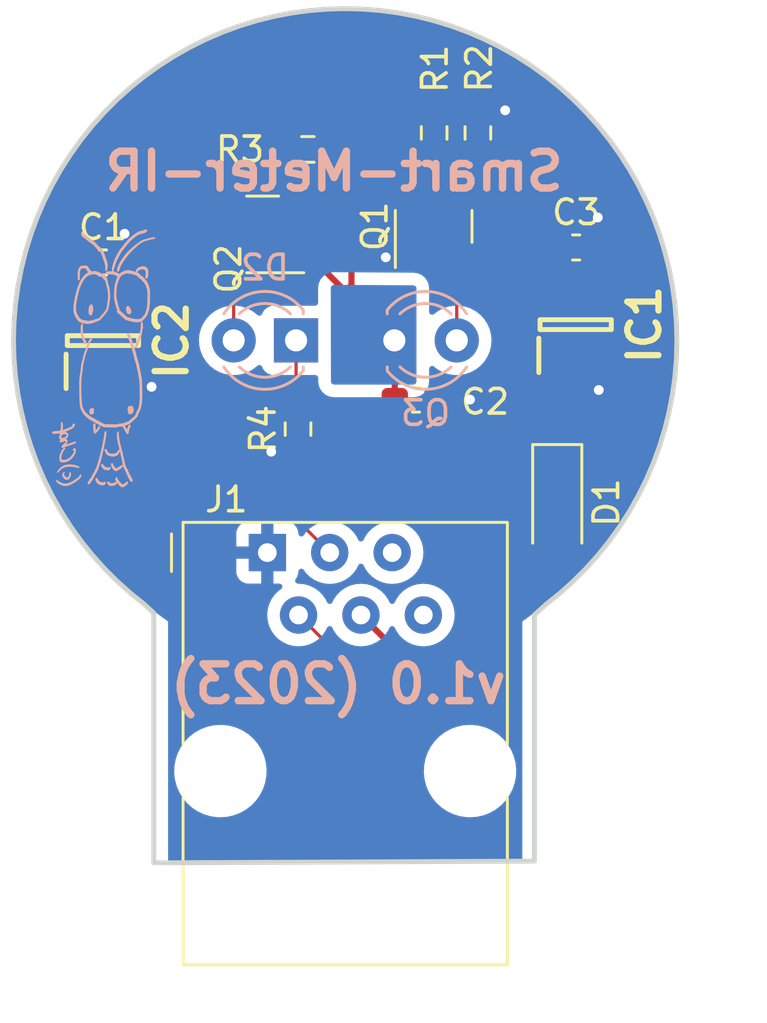
<source format=kicad_pcb>
(kicad_pcb (version 20221018) (generator pcbnew)
  (title_block (company "chof.org"))
  (layers (0 "F.Cu" signal) (31 "B.Cu" signal) (34 "B.Paste" user) (35 "F.Paste" user) (36 "B.SilkS" user "B.Silkscreen") (37 "F.SilkS" user "F.Silkscreen") (38 "B.Mask" user) (39 "F.Mask" user) (44 "Edge.Cuts" user))
  (net 0 "")
  (net 1 "+3V3")
  (net 2 "GND")
  (net 3 "/VCC")
  (net 4 "Net-(D2-K)")
  (net 5 "Net-(D2-A)")
  (net 6 "/RX")
  (net 7 "/TX")
  (net 8 "Net-(Q1-B)")
  (net 9 "Net-(IC1-A)")
  (net 10 "Net-(Q2-B)")
  (net 11 "Net-(IC2-Y)")
  (footprint "Chof747 Footprints:SOT95P270X145-5N" (layer "F.Cu") (at 138.984 103.0832 90)
    (fp_text reference "IC2" (at 0 2.794 90) (layer "F.SilkS") (effects (font (size 1.27 1.27) (thickness 0.254))))
    (fp_text value "SN74LVC1G17DBVR" hide)
    (pad "1" smd rect (at -1.25 -0.95 180) (size 0.6 1.4) (layers "F.Cu" "F.Paste" "F.Mask"))
    (pad "2" smd rect (at -1.25 0 180) (size 0.6 1.4) (layers "F.Cu" "F.Paste" "F.Mask") (net 7 "/TX"))
    (pad "3" smd rect (at -1.25 0.95 180) (size 0.6 1.4) (layers "F.Cu" "F.Paste" "F.Mask") (net 2 "GND"))
    (pad "4" smd rect (at 1.25 0.95 180) (size 0.6 1.4) (layers "F.Cu" "F.Paste" "F.Mask") (net 11 "Net-(IC2-Y)"))
    (pad "5" smd rect (at 1.25 -0.95 180) (size 0.6 1.4) (layers "F.Cu" "F.Paste" "F.Mask") (net 1 "+3V3"))
  )
  (footprint "Diode_SMD:D_SOD-123" (layer "F.Cu") (at 157.474 109.6732 -90)
    (fp_text reference "D1" (at 0 -2 90) (layer "F.SilkS"))
    (fp_text value "BAT46W")
    (pad "1" smd roundrect (at -1.65 0 270) (size 0.9 1.2) (layers "F.Cu" "F.Paste" "F.Mask") (net 1 "+3V3"))
    (pad "2" smd roundrect (at 1.65 0 270) (size 0.9 1.2) (layers "F.Cu" "F.Paste" "F.Mask") (net 3 "/VCC"))
  )
  (footprint "Resistor_SMD:R_0603_1608Metric_Pad0.98x0.95mm_HandSolder" (layer "F.Cu") (at 154.244 94.6332 90)
    (fp_text reference "R2" (at 2.63 0.05 90) (layer "F.SilkS"))
    (fp_text value "10k")
    (pad "1" smd roundrect (at -0.9125 0 90) (size 0.975 0.95) (layers "F.Cu" "F.Paste" "F.Mask") (net 8 "Net-(Q1-B)"))
    (pad "2" smd roundrect (at 0.9125 0 90) (size 0.975 0.95) (layers "F.Cu" "F.Paste" "F.Mask") (net 2 "GND"))
  )
  (footprint "Chof747 Footprints:SOT95P270X145-5N" (layer "F.Cu") (at 158.224 102.4332 90)
    (fp_text reference "IC1" (at 0 2.794 90) (layer "F.SilkS") (effects (font (size 1.27 1.27) (thickness 0.254))))
    (fp_text value "SN74LVC1G17DBVR" hide)
    (pad "1" smd rect (at -1.25 -0.95 180) (size 0.6 1.4) (layers "F.Cu" "F.Paste" "F.Mask"))
    (pad "2" smd rect (at -1.25 0 180) (size 0.6 1.4) (layers "F.Cu" "F.Paste" "F.Mask") (net 9 "Net-(IC1-A)"))
    (pad "3" smd rect (at -1.25 0.95 180) (size 0.6 1.4) (layers "F.Cu" "F.Paste" "F.Mask") (net 2 "GND"))
    (pad "4" smd rect (at 1.25 0.95 180) (size 0.6 1.4) (layers "F.Cu" "F.Paste" "F.Mask") (net 6 "/RX"))
    (pad "5" smd rect (at 1.25 -0.95 180) (size 0.6 1.4) (layers "F.Cu" "F.Paste" "F.Mask") (net 1 "+3V3"))
  )
  (footprint "Capacitor_SMD:C_0603_1608Metric_Pad1.08x0.95mm_HandSolder" (layer "F.Cu") (at 158.244 99.2932)
    (fp_text reference "C3" (at 0 -1.43) (layer "F.SilkS"))
    (fp_text value "1uF")
    (pad "1" smd roundrect (at -0.8625 0) (size 1.075 0.95) (layers "F.Cu" "F.Paste" "F.Mask") (net 1 "+3V3"))
    (pad "2" smd roundrect (at 0.8625 0) (size 1.075 0.95) (layers "F.Cu" "F.Paste" "F.Mask") (net 2 "GND"))
  )
  (footprint "Resistor_SMD:R_0603_1608Metric_Pad0.98x0.95mm_HandSolder" (layer "F.Cu") (at 152.464 94.6332 -90)
    (fp_text reference "R1" (at -2.61 -0.03 90) (layer "F.SilkS"))
    (fp_text value "10k")
    (pad "1" smd roundrect (at -0.9125 0 270) (size 0.975 0.95) (layers "F.Cu" "F.Paste" "F.Mask") (net 1 "+3V3"))
    (pad "2" smd roundrect (at 0.9125 0 270) (size 0.975 0.95) (layers "F.Cu" "F.Paste" "F.Mask") (net 9 "Net-(IC1-A)"))
  )
  (footprint "Connector_RJ:RJ12_Amphenol_54601" (layer "F.Cu") (at 145.674 111.7092)
    (fp_text reference "J1" (at -1.67 -2.16) (layer "F.SilkS"))
    (fp_text value "RJ10")
    (pad "" np_thru_hole circle locked (at -1.91 8.89) (size 3.25 3.25) (drill 3.25) (layers "*.Cu" "*.Mask"))
    (pad "" np_thru_hole circle locked (at 8.25 8.89) (size 3.25 3.25) (drill 3.25) (layers "*.Cu" "*.Mask"))
    (pad "1" thru_hole rect locked (at 0 0) (size 1.52 1.52) (drill 0.76) (layers "*.Cu" "*.Mask") (net 2 "GND"))
    (pad "2" thru_hole circle locked (at 1.27 2.54) (size 1.52 1.52) (drill 0.76) (layers "*.Cu" "*.Mask") (net 6 "/RX"))
    (pad "3" thru_hole circle locked (at 2.54 0) (size 1.52 1.52) (drill 0.76) (layers "*.Cu" "*.Mask") (net 7 "/TX"))
    (pad "4" thru_hole circle locked (at 3.81 2.54) (size 1.52 1.52) (drill 0.76) (layers "*.Cu" "*.Mask") (net 3 "/VCC"))
    (pad "5" thru_hole circle locked (at 5.08 0) (size 1.52 1.52) (drill 0.76) (layers "*.Cu" "*.Mask"))
    (pad "6" thru_hole circle locked (at 6.35 2.54) (size 1.52 1.52) (drill 0.76) (layers "*.Cu" "*.Mask"))
  )
  (footprint "Package_TO_SOT_SMD:SOT-23" (layer "F.Cu") (at 145.484 98.7632 180)
    (fp_text reference "Q2" (at 1.3925 -1.4 90) (layer "F.SilkS"))
    (fp_text value "S8550")
    (pad "1" smd roundrect (at -0.9375 -0.95 180) (size 1.475 0.6) (layers "F.Cu" "F.Paste" "F.Mask") (net 1 "+3V3"))
    (pad "2" smd roundrect (at -0.9375 0.95 180) (size 1.475 0.6) (layers "F.Cu" "F.Paste" "F.Mask") (net 10 "Net-(Q2-B)"))
    (pad "3" smd roundrect (at 0.9375 0 180) (size 1.475 0.6) (layers "F.Cu" "F.Paste" "F.Mask") (net 5 "Net-(D2-A)"))
  )
  (footprint "Package_TO_SOT_SMD:SOT-23" (layer "F.Cu") (at 152.444 98.4357 90)
    (fp_text reference "Q1" (at 0 -2.4 90) (layer "F.SilkS"))
    (fp_text value "S8050")
    (pad "1" smd roundrect (at -0.9375 -0.95 90) (size 1.475 0.6) (layers "F.Cu" "F.Paste" "F.Mask") (net 2 "GND"))
    (pad "2" smd roundrect (at -0.9375 0.95 90) (size 1.475 0.6) (layers "F.Cu" "F.Paste" "F.Mask") (net 8 "Net-(Q1-B)"))
    (pad "3" smd roundrect (at 0.9375 0 90) (size 1.475 0.6) (layers "F.Cu" "F.Paste" "F.Mask") (net 9 "Net-(IC1-A)"))
  )
  (footprint "Capacitor_SMD:C_0603_1608Metric_Pad1.08x0.95mm_HandSolder" (layer "F.Cu") (at 151.724 105.4832)
    (fp_text reference "C2" (at 2.8125 0.09) (layer "F.SilkS"))
    (fp_text value "1uF")
    (pad "1" smd roundrect (at -0.8625 0) (size 1.075 0.95) (layers "F.Cu" "F.Paste" "F.Mask") (net 1 "+3V3"))
    (pad "2" smd roundrect (at 0.8625 0) (size 1.075 0.95) (layers "F.Cu" "F.Paste" "F.Mask") (net 2 "GND"))
  )
  (footprint "Capacitor_SMD:C_0603_1608Metric_Pad1.08x0.95mm_HandSolder" (layer "F.Cu") (at 138.984 99.9032)
    (fp_text reference "C1" (at 0 -1.43) (layer "F.SilkS"))
    (fp_text value "1uF")
    (pad "1" smd roundrect (at -0.8625 0) (size 1.075 0.95) (layers "F.Cu" "F.Paste" "F.Mask") (net 1 "+3V3"))
    (pad "2" smd roundrect (at 0.8625 0) (size 1.075 0.95) (layers "F.Cu" "F.Paste" "F.Mask") (net 2 "GND"))
  )
  (footprint "Resistor_SMD:R_0603_1608Metric_Pad0.98x0.95mm_HandSolder" (layer "F.Cu") (at 146.924 106.6832 90)
    (fp_text reference "R4" (at 0 -1.43 90) (layer "F.SilkS"))
    (fp_text value "180")
    (pad "1" smd roundrect (at -0.9125 0 90) (size 0.975 0.95) (layers "F.Cu" "F.Paste" "F.Mask") (net 2 "GND"))
    (pad "2" smd roundrect (at 0.9125 0 90) (size 0.975 0.95) (layers "F.Cu" "F.Paste" "F.Mask") (net 4 "Net-(D2-K)"))
  )
  (footprint "Resistor_SMD:R_0603_1608Metric_Pad0.98x0.95mm_HandSolder" (layer "F.Cu") (at 147.324 95.3032 180)
    (fp_text reference "R3" (at 2.76 0) (layer "F.SilkS"))
    (fp_text value "10k")
    (pad "1" smd roundrect (at -0.9125 0 180) (size 0.975 0.95) (layers "F.Cu" "F.Paste" "F.Mask") (net 11 "Net-(IC2-Y)"))
    (pad "2" smd roundrect (at 0.9125 0 180) (size 0.975 0.95) (layers "F.Cu" "F.Paste" "F.Mask") (net 10 "Net-(Q2-B)"))
  )
  (footprint "LED_THT:LED_D3.0mm_Clear" (layer "B.Cu") (at 150.8436 103.0732)
    (fp_text reference "Q3" (at 1.27 2.96) (layer "B.SilkS") (effects (justify mirror)))
    (fp_text value "SFH309")
    (pad "1" thru_hole rect locked (at 0 0) (size 1.8 1.8) (drill 0.9) (layers "*.Cu" "*.Mask") (net 1 "+3V3"))
    (pad "2" thru_hole circle locked (at 2.54 0) (size 1.8 1.8) (drill 0.9) (layers "*.Cu" "*.Mask") (net 8 "Net-(Q1-B)"))
  )
  (footprint "LED_THT:LED_D3.0mm_Clear" (layer "B.Cu") (at 146.844 103.0732 180)
    (fp_text reference "D2" (at 1.27 2.96) (layer "B.SilkS") (effects (justify mirror)))
    (fp_text value "LED")
    (pad "1" thru_hole rect locked (at 0 0 180) (size 1.8 1.8) (drill 0.9) (layers "*.Cu" "*.Mask") (net 4 "Net-(D2-K)"))
    (pad "2" thru_hole circle locked (at 2.54 0 180) (size 1.8 1.8) (drill 0.9) (layers "*.Cu" "*.Mask") (net 5 "Net-(D2-A)"))
  )
  (footprint "Chof747 Logos:LOGO small" (layer "B.Cu") (at 139.184829 104.081858 180)
    (fp_text reference "G***" hide)
    (fp_text value "LOGO" hide)
  )
  (gr_poly (pts (xy 162.344 103.0732) (xy 162.324201 102.342325) (xy 162.264862 101.613593) (xy 162.166158 100.889143) (xy 162.028378 100.171099) (xy 161.851925 99.461567) (xy 161.637318 98.762629) (xy 161.385186 98.076335) (xy 161.096268 97.404697) (xy 160.771413 96.749686) (xy 160.411572 96.113223) (xy 160.017801 95.497175) (xy 159.591256 94.903348) (xy 159.133188 94.333485) (xy 158.644939 93.789257) (xy 158.127943 93.272261) (xy 157.583715 92.784012) (xy 157.013852 92.325944) (xy 156.420025 91.899399) (xy 155.803977 91.505628) (xy 155.167514 91.145787) (xy 154.512503 90.820932) (xy 153.840865 90.532014) (xy 153.154571 90.279882) (xy 152.455633 90.065275) (xy 151.746101 89.888822) (xy 151.028057 89.751042) (xy 150.303607 89.652338) (xy 149.574875 89.592999) (xy 148.844 89.5732) (xy 148.113125 89.592999) (xy 147.384393 89.652338) (xy 146.659943 89.751042) (xy 145.941899 89.888822) (xy 145.232367 90.065275) (xy 144.533429 90.279882) (xy 143.847135 90.532014) (xy 143.175497 90.820932) (xy 142.520486 91.145787) (xy 141.884023 91.505628) (xy 141.267975 91.899399) (xy 140.674148 92.325944) (xy 140.104285 92.784012) (xy 139.560057 93.272261) (xy 139.043061 93.789257) (xy 138.554812 94.333485) (xy 138.096744 94.903348) (xy 137.670199 95.497175) (xy 137.276428 96.113223) (xy 136.916587 96.749686) (xy 136.591732 97.404697) (xy 136.302814 98.076335) (xy 136.050682 98.762629) (xy 135.836075 99.461567) (xy 135.659622 100.171099) (xy 135.521842 100.889143) (xy 135.423138 101.613593) (xy 135.363799 102.342325) (xy 135.344 103.0732) (xy 135.363799 103.804075) (xy 135.423138 104.532807) (xy 135.521842 105.257257) (xy 135.659622 105.975301) (xy 135.836075 106.684833) (xy 136.050682 107.383771) (xy 136.302814 108.070065) (xy 136.591732 108.741703) (xy 136.916587 109.396714) (xy 137.276428 110.033177) (xy 137.670199 110.649225) (xy 138.096744 111.243052) (xy 138.554812 111.812915) (xy 139.043061 112.357143) (xy 139.560057 112.874139) (xy 140.104285 113.362388) (xy 140.674148 113.820456) (xy 141.054 114.1732) (xy 141.054 124.3332) (xy 156.544 124.2632) (xy 156.544 114.247001) (xy 157.013852 113.820456) (xy 157.583715 113.362388) (xy 158.127943 112.874139) (xy 158.644939 112.357143) (xy 159.133188 111.812915) (xy 159.591256 111.243052) (xy 160.017801 110.649225) (xy 160.411572 110.033177) (xy 160.771413 109.396714) (xy 161.096268 108.741703) (xy 161.385186 108.070065) (xy 161.637318 107.383771) (xy 161.851925 106.684833) (xy 162.028378 105.975301) (xy 162.166158 105.257257) (xy 162.264862 104.532807) (xy 162.324201 103.804075) (xy 162.344 103.0732)) (stroke (width 0.2)) (fill none) (layer "Edge.Cuts"))
  (gr_text "v1.0 (2023)" (at 155.544 117.9332) (layer "B.SilkS") (effects (font (size 1.5 1.5) (thickness 0.3) bold) (justify left bottom mirror)))
  (gr_text "Smart-Meter-IR" (at 157.874 97.0732) (layer "B.SilkS") (effects (font (size 1.5 1.5) (thickness 0.3) bold) (justify left bottom mirror)))
  (segment (start 153.4015 108.0232) (end 150.8615 105.4832) (width 0.25) (layer "F.Cu") (net 1))
  (segment (start 157.3815 93.7607) (end 155.714 92.0932) (width 0.25) (layer "F.Cu") (net 1))
  (segment (start 149.099 96.7782) (end 152.1565 93.7207) (width 0.25) (layer "F.Cu") (net 1))
  (segment (start 152.464 93.7207) (end 152.464 92.7832) (width 0.25) (layer "F.Cu") (net 1))
  (segment (start 149.099 100.8282) (end 149.099 96.7782) (width 0.25) (layer "F.Cu") (net 1))
  (segment (start 152.1565 93.7207) (end 152.464 93.7207) (width 0.25) (layer "F.Cu") (net 1))
  (segment (start 142.804 92.0932) (end 138.1215 96.7757) (width 0.25) (layer "F.Cu") (net 1))
  (segment (start 150.8615 105.4832) (end 150.8615 103.0911) (width 0.25) (layer "F.Cu") (net 1))
  (segment (start 152.464 92.7832) (end 153.154 92.0932) (width 0.25) (layer "F.Cu") (net 1))
  (segment (start 148.8488 101.0784) (end 147.4836 99.7132) (width 0.25) (layer "F.Cu") (net 1))
  (segment (start 157.474 108.0232) (end 153.4015 108.0232) (width 0.25) (layer "F.Cu") (net 1))
  (segment (start 157.3815 99.2932) (end 157.3815 93.7607) (width 0.25) (layer "F.Cu") (net 1))
  (segment (start 150.8436 103.0732) (end 148.8488 101.0784) (width 0.25) (layer "F.Cu") (net 1))
  (segment (start 148.8488 101.0784) (end 149.099 100.8282) (width 0.25) (layer "F.Cu") (net 1))
  (segment (start 155.714 92.0932) (end 153.154 92.0932) (width 0.25) (layer "F.Cu") (net 1))
  (segment (start 138.1215 96.7757) (end 138.1215 99.9032) (width 0.25) (layer "F.Cu") (net 1))
  (segment (start 138.034 99.9907) (end 138.1215 99.9032) (width 0.25) (layer "F.Cu") (net 1))
  (segment (start 138.034 101.8332) (end 138.034 99.9907) (width 0.25) (layer "F.Cu") (net 1))
  (segment (start 150.8615 103.0911) (end 150.8436 103.0732) (width 0.25) (layer "F.Cu") (net 1))
  (segment (start 153.154 92.0932) (end 142.804 92.0932) (width 0.25) (layer "F.Cu") (net 1))
  (segment (start 157.3815 99.2932) (end 157.3815 101.0757) (width 0.25) (layer "F.Cu") (net 1))
  (segment (start 157.3815 101.0757) (end 157.274 101.1832) (width 0.25) (layer "F.Cu") (net 1))
  (segment (start 147.4836 99.7132) (end 146.4215 99.7132) (width 0.25) (layer "F.Cu") (net 1))
  (segment (start 154.244 93.7207) (end 155.3465 93.7207) (width 0.25) (layer "F.Cu") (net 2))
  (segment (start 140.334 104.3332) (end 139.934 104.3332) (width 0.25) (layer "F.Cu") (net 2))
  (segment (start 140.964 104.9632) (end 140.334 104.3332) (width 0.25) (layer "F.Cu") (net 2))
  (segment (start 151.494 99.3732) (end 150.814 99.3732) (width 0.25) (layer "F.Cu") (net 2))
  (segment (start 159.124 98.0732) (end 159.124 99.2757) (width 0.25) (layer "F.Cu") (net 2))
  (segment (start 150.814 99.3732) (end 150.494 99.6932) (width 0.25) (layer "F.Cu") (net 2))
  (segment (start 159.124 99.2757) (end 159.1065 99.2932) (width 0.25) (layer "F.Cu") (net 2))
  (segment (start 139.864 98.7332) (end 139.864 99.8857) (width 0.25) (layer "F.Cu") (net 2))
  (segment (start 145.834 107.6032) (end 146.9165 107.6032) (width 0.25) (layer "F.Cu") (net 2))
  (segment (start 159.174 103.6832) (end 159.174 105.0832) (width 0.25) (layer "F.Cu") (net 2))
  (segment (start 152.5865 105.4832) (end 153.924 105.4832) (width 0.25) (layer "F.Cu") (net 2))
  (segment (start 139.864 99.8857) (end 139.8465 99.9032) (width 0.25) (layer "F.Cu") (net 2))
  (segment (start 159.174 105.0832) (end 159.164 105.0932) (width 0.25) (layer "F.Cu") (net 2))
  (segment (start 146.9165 107.6032) (end 146.924 107.5957) (width 0.25) (layer "F.Cu") (net 2))
  (segment (start 155.3465 93.7207) (end 155.354 93.7132) (width 0.25) (layer "F.Cu") (net 2))
  (via (at 139.864 98.7332) (size 0.8) (drill 0.4) (layers "F.Cu" "B.Cu") (net 2))
  (via (at 155.354 93.7132) (size 0.8) (drill 0.4) (layers "F.Cu" "B.Cu") (net 2))
  (via (at 159.164 105.0932) (size 0.8) (drill 0.4) (layers "F.Cu" "B.Cu") (net 2))
  (via (at 145.834 107.6032) (size 0.8) (drill 0.4) (layers "F.Cu" "B.Cu") (net 2))
  (via (at 140.964 104.9632) (size 0.8) (drill 0.4) (layers "F.Cu" "B.Cu") (net 2))
  (via (at 159.124 98.0732) (size 0.8) (drill 0.4) (layers "F.Cu" "B.Cu") (net 2))
  (via (at 150.494 99.6932) (size 0.8) (drill 0.4) (layers "F.Cu" "B.Cu") (net 2))
  (via (at 153.924 105.4832) (size 0.8) (drill 0.4) (layers "F.Cu" "B.Cu") (net 2))
  (segment (start 153.114 116.2432) (end 153.844 115.5132) (width 0.25) (layer "F.Cu") (net 3))
  (segment (start 153.844 115.5132) (end 153.844 113.8132) (width 0.25) (layer "F.Cu") (net 3))
  (segment (start 156.334 111.3232) (end 157.474 111.3232) (width 0.25) (layer "F.Cu") (net 3))
  (segment (start 149.484 114.2492) (end 151.478 116.2432) (width 0.25) (layer "F.Cu") (net 3))
  (segment (start 151.478 116.2432) (end 153.114 116.2432) (width 0.25) (layer "F.Cu") (net 3))
  (segment (start 153.844 113.8132) (end 156.334 111.3232) (width 0.25) (layer "F.Cu") (net 3))
  (segment (start 146.844 105.6907) (end 146.924 105.7707) (width 0.13) (layer "F.Cu") (net 4))
  (segment (start 146.844 103.0732) (end 146.844 105.6907) (width 0.13) (layer "F.Cu") (net 4))
  (segment (start 144.5465 98.7632) (end 144.304 99.0057) (width 0.13) (layer "F.Cu") (net 5))
  (segment (start 144.304 99.0057) (end 144.304 103.0732) (width 0.13) (layer "F.Cu") (net 5))
  (segment (start 159.879 109.7982) (end 159.879 101.8882) (width 0.13) (layer "F.Cu") (net 6))
  (segment (start 146.944 114.2492) (end 149.728 117.0332) (width 0.13) (layer "F.Cu") (net 6))
  (segment (start 158.864 110.8132) (end 159.879 109.7982) (width 0.13) (layer "F.Cu") (net 6))
  (segment (start 155.064 113.7832) (end 155.394 113.4532) (width 0.13) (layer "F.Cu") (net 6))
  (segment (start 158.864 111.296875) (end 158.864 110.8132) (width 0.13) (layer "F.Cu") (net 6))
  (segment (start 153.714 117.0332) (end 155.064 115.6832) (width 0.13) (layer "F.Cu") (net 6))
  (segment (start 159.879 101.8882) (end 159.174 101.1832) (width 0.13) (layer "F.Cu") (net 6))
  (segment (start 155.394 113.4532) (end 156.707675 113.4532) (width 0.13) (layer "F.Cu") (net 6))
  (segment (start 156.707675 113.4532) (end 158.864 111.296875) (width 0.13) (layer "F.Cu") (net 6))
  (segment (start 155.064 115.6832) (end 155.064 113.7832) (width 0.13) (layer "F.Cu") (net 6))
  (segment (start 149.728 117.0332) (end 153.714 117.0332) (width 0.13) (layer "F.Cu") (net 6))
  (segment (start 143.018 106.5132) (end 140.334 106.5132) (width 0.13) (layer "F.Cu") (net 7))
  (segment (start 148.214 111.7092) (end 143.018 106.5132) (width 0.13) (layer "F.Cu") (net 7))
  (segment (start 138.984 105.1632) (end 138.984 104.3332) (width 0.13) (layer "F.Cu") (net 7))
  (segment (start 140.334 106.5132) (end 138.984 105.1632) (width 0.13) (layer "F.Cu") (net 7))
  (segment (start 154.244 98.5232) (end 153.394 99.3732) (width 0.13) (layer "F.Cu") (net 8))
  (segment (start 153.394 99.3732) (end 153.3836 99.3836) (width 0.13) (layer "F.Cu") (net 8))
  (segment (start 154.244 95.5457) (end 154.244 98.5232) (width 0.13) (layer "F.Cu") (net 8))
  (segment (start 153.3836 99.3836) (end 153.3836 103.0732) (width 0.13) (layer "F.Cu") (net 8))
  (segment (start 152.444 95.5657) (end 152.464 95.5457) (width 0.13) (layer "F.Cu") (net 9))
  (segment (start 156.134 101.5032) (end 156.829 102.1982) (width 0.13) (layer "F.Cu") (net 9))
  (segment (start 158.224 103.2832) (end 158.224 103.6832) (width 0.13) (layer "F.Cu") (net 9))
  (segment (start 157.139 102.1982) (end 158.224 103.2832) (width 0.13) (layer "F.Cu") (net 9))
  (segment (start 156.829 102.1982) (end 157.139 102.1982) (width 0.13) (layer "F.Cu") (net 9))
  (segment (start 152.464 95.5457) (end 152.464 95.0532) (width 0.13) (layer "F.Cu") (net 9))
  (segment (start 155.134 94.6332) (end 156.134 95.6332) (width 0.13) (layer "F.Cu") (net 9))
  (segment (start 152.444 97.4982) (end 152.444 95.5657) (width 0.13) (layer "F.Cu") (net 9))
  (segment (start 156.134 95.6332) (end 156.134 101.5032) (width 0.13) (layer "F.Cu") (net 9))
  (segment (start 152.884 94.6332) (end 155.134 94.6332) (width 0.13) (layer "F.Cu") (net 9))
  (segment (start 152.464 95.0532) (end 152.884 94.6332) (width 0.13) (layer "F.Cu") (net 9))
  (segment (start 146.4215 97.8132) (end 146.4215 95.3132) (width 0.13) (layer "F.Cu") (net 10))
  (segment (start 146.4215 95.3132) (end 146.4115 95.3032) (width 0.13) (layer "F.Cu") (net 10))
  (segment (start 140.594 101.8332) (end 139.934 101.8332) (width 0.13) (layer "F.Cu") (net 11))
  (segment (start 141.294 98.2232) (end 141.294 101.1332) (width 0.13) (layer "F.Cu") (net 11))
  (segment (start 147.3765 94.4432) (end 145.074 94.4432) (width 0.13) (layer "F.Cu") (net 11))
  (segment (start 148.2365 95.3032) (end 147.3765 94.4432) (width 0.13) (layer "F.Cu") (net 11))
  (segment (start 145.074 94.4432) (end 141.294 98.2232) (width 0.13) (layer "F.Cu") (net 11))
  (segment (start 141.294 101.1332) (end 140.594 101.8332) (width 0.13) (layer "F.Cu") (net 11))
  (zone (net 1) (net_name "+3V3") (layer "B.Cu") (priority 1) (connect_pads yes (clearance 0.508)) (min_thickness 0.25) (fill yes (thermal_gap 0.5) (thermal_bridge_width 0.5))
    (polygon (pts (xy 151.744 100.8332) (xy 148.254 100.8132) (xy 148.264 104.8732) (xy 151.744 104.8732)))
  )
  (zone (net 2) (net_name "GND") (layer "B.Cu") (connect_pads (clearance 0.508)) (min_thickness 0.25) (fill yes (thermal_gap 0.5) (thermal_bridge_width 0.5))
    (polygon (pts (xy 134.794 89.2232) (xy 134.894 124.8932) (xy 166.034 124.8932) (xy 165.834 89.2732)))
  )
)
</source>
